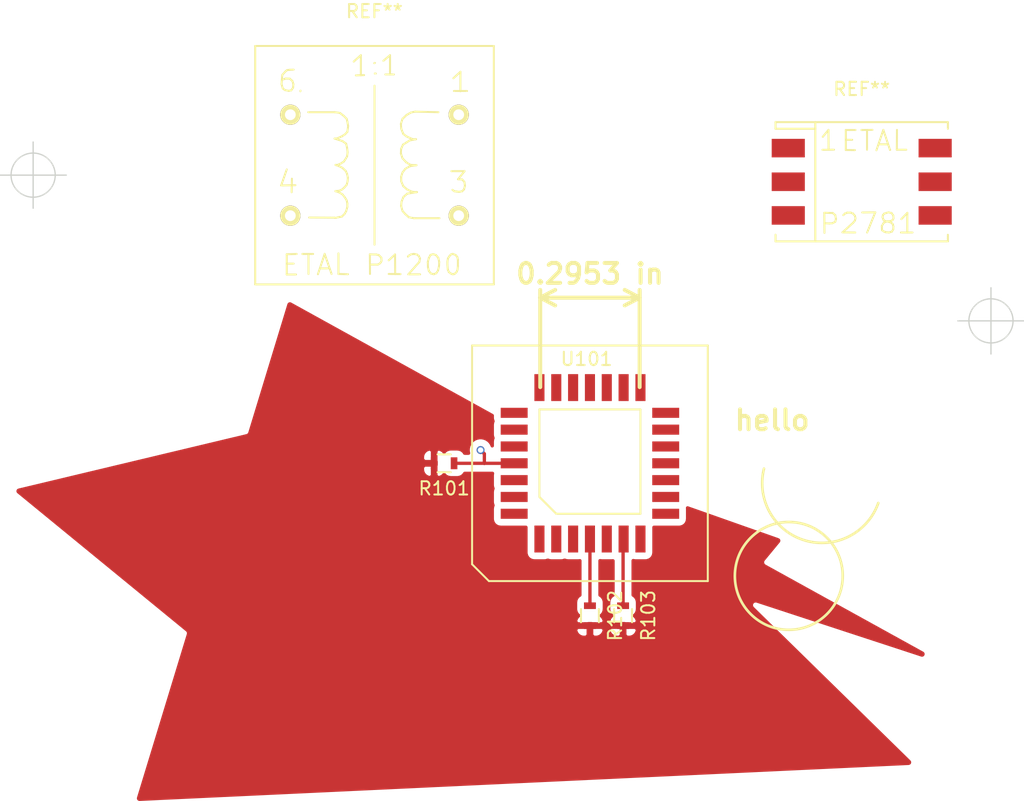
<source format=kicad_pcb>
(kicad_pcb (version 4) (host pcbnew "(after 2015-mar-04 BZR unknown)-product")

  (general
    (links 5)
    (no_connects 0)
    (area 125.75 89.15 189.850001 130.750001)
    (thickness 1.6)
    (drawings 6)
    (tracks 11)
    (zones 0)
    (modules 6)
    (nets 30)
  )

  (page A4)
  (layers
    (0 F.Cu signal)
    (31 B.Cu signal)
    (32 B.Adhes user)
    (33 F.Adhes user)
    (34 B.Paste user)
    (35 F.Paste user)
    (36 B.SilkS user)
    (37 F.SilkS user)
    (38 B.Mask user)
    (39 F.Mask user)
    (40 Dwgs.User user)
    (41 Cmts.User user)
    (42 Eco1.User user)
    (43 Eco2.User user)
    (44 Edge.Cuts user)
    (45 Margin user)
    (46 B.CrtYd user)
    (47 F.CrtYd user)
    (48 B.Fab user)
    (49 F.Fab user)
  )

  (setup
    (last_trace_width 0.25)
    (trace_clearance 0.2)
    (zone_clearance 0.508)
    (zone_45_only yes)
    (trace_min 0.2)
    (segment_width 0.2)
    (edge_width 0.1)
    (via_size 0.6)
    (via_drill 0.4)
    (via_min_size 0.4)
    (via_min_drill 0.3)
    (uvia_size 0.3)
    (uvia_drill 0.1)
    (uvias_allowed no)
    (uvia_min_size 0.2)
    (uvia_min_drill 0.1)
    (pcb_text_width 0.3)
    (pcb_text_size 1.5 1.5)
    (mod_edge_width 0.15)
    (mod_text_size 1 1)
    (mod_text_width 0.15)
    (pad_size 1.5 1.5)
    (pad_drill 0.6)
    (pad_to_mask_clearance 0)
    (aux_axis_origin 0 0)
    (visible_elements FFFFFF7F)
    (pcbplotparams
      (layerselection 0x00030_80000001)
      (usegerberextensions false)
      (excludeedgelayer true)
      (linewidth 0.100000)
      (plotframeref false)
      (viasonmask false)
      (mode 1)
      (useauxorigin false)
      (hpglpennumber 1)
      (hpglpenspeed 20)
      (hpglpendiameter 15)
      (hpglpenoverlay 2)
      (psnegative false)
      (psa4output false)
      (plotreference true)
      (plotvalue true)
      (plotinvisibletext false)
      (padsonsilk false)
      (subtractmaskfromsilk false)
      (outputformat 1)
      (mirror false)
      (drillshape 1)
      (scaleselection 1)
      (outputdirectory ""))
  )

  (net 0 "")
  (net 1 "Net-(R101-Pad1)")
  (net 2 "Net-(R101-Pad2)")
  (net 3 "Net-(R102-Pad1)")
  (net 4 "Net-(R103-Pad1)")
  (net 5 "Net-(U101-Pad2)")
  (net 6 "Net-(U101-Pad3)")
  (net 7 "Net-(U101-Pad4)")
  (net 8 "Net-(U101-Pad5)")
  (net 9 "Net-(U101-Pad6)")
  (net 10 "Net-(U101-Pad7)")
  (net 11 "Net-(U101-Pad9)")
  (net 12 "Net-(U101-Pad11)")
  (net 13 "Net-(U101-Pad12)")
  (net 14 "Net-(U101-Pad13)")
  (net 15 "Net-(U101-Pad14)")
  (net 16 "Net-(U101-Pad15)")
  (net 17 "Net-(U101-Pad16)")
  (net 18 "Net-(U101-Pad17)")
  (net 19 "Net-(U101-Pad18)")
  (net 20 "Net-(U101-Pad19)")
  (net 21 "Net-(U101-Pad20)")
  (net 22 "Net-(U101-Pad21)")
  (net 23 "Net-(U101-Pad22)")
  (net 24 "Net-(U101-Pad23)")
  (net 25 "Net-(U101-Pad24)")
  (net 26 "Net-(U101-Pad25)")
  (net 27 "Net-(U101-Pad26)")
  (net 28 "Net-(U101-Pad27)")
  (net 29 "Net-(U101-Pad28)")

  (net_class Default "Ceci est la Netclass par défaut"
    (clearance 0.2)
    (trace_width 0.25)
    (via_dia 0.6)
    (via_drill 0.4)
    (uvia_dia 0.3)
    (uvia_drill 0.1)
    (add_net "Net-(R101-Pad1)")
    (add_net "Net-(R101-Pad2)")
    (add_net "Net-(R102-Pad1)")
    (add_net "Net-(R103-Pad1)")
    (add_net "Net-(U101-Pad11)")
    (add_net "Net-(U101-Pad12)")
    (add_net "Net-(U101-Pad13)")
    (add_net "Net-(U101-Pad14)")
    (add_net "Net-(U101-Pad15)")
    (add_net "Net-(U101-Pad16)")
    (add_net "Net-(U101-Pad17)")
    (add_net "Net-(U101-Pad18)")
    (add_net "Net-(U101-Pad19)")
    (add_net "Net-(U101-Pad2)")
    (add_net "Net-(U101-Pad20)")
    (add_net "Net-(U101-Pad21)")
    (add_net "Net-(U101-Pad22)")
    (add_net "Net-(U101-Pad23)")
    (add_net "Net-(U101-Pad24)")
    (add_net "Net-(U101-Pad25)")
    (add_net "Net-(U101-Pad26)")
    (add_net "Net-(U101-Pad27)")
    (add_net "Net-(U101-Pad28)")
    (add_net "Net-(U101-Pad3)")
    (add_net "Net-(U101-Pad4)")
    (add_net "Net-(U101-Pad5)")
    (add_net "Net-(U101-Pad6)")
    (add_net "Net-(U101-Pad7)")
    (add_net "Net-(U101-Pad9)")
  )

  (module Resistors_SMD:R_0603 (layer F.Cu) (tedit 5415CC62) (tstamp 5577DFA1)
    (at 157 104.5 180)
    (descr "Resistor SMD 0603, reflow soldering, Vishay (see dcrcw.pdf)")
    (tags "resistor 0603")
    (path /5577DF53)
    (attr smd)
    (fp_text reference R101 (at 0 -1.9 180) (layer F.SilkS)
      (effects (font (size 1 1) (thickness 0.15)))
    )
    (fp_text value R (at 0 1.9 180) (layer F.Fab)
      (effects (font (size 1 1) (thickness 0.15)))
    )
    (fp_line (start -1.3 -0.8) (end 1.3 -0.8) (layer F.CrtYd) (width 0.05))
    (fp_line (start -1.3 0.8) (end 1.3 0.8) (layer F.CrtYd) (width 0.05))
    (fp_line (start -1.3 -0.8) (end -1.3 0.8) (layer F.CrtYd) (width 0.05))
    (fp_line (start 1.3 -0.8) (end 1.3 0.8) (layer F.CrtYd) (width 0.05))
    (fp_line (start 0.5 0.675) (end -0.5 0.675) (layer F.SilkS) (width 0.15))
    (fp_line (start -0.5 -0.675) (end 0.5 -0.675) (layer F.SilkS) (width 0.15))
    (pad 1 smd rect (at -0.75 0 180) (size 0.5 0.9) (layers F.Cu F.Paste F.Mask)
      (net 1 "Net-(R101-Pad1)"))
    (pad 2 smd rect (at 0.75 0 180) (size 0.5 0.9) (layers F.Cu F.Paste F.Mask)
      (net 2 "Net-(R101-Pad2)"))
    (model Resistors_SMD.3dshapes/R_0603.wrl
      (at (xyz 0 0 0))
      (scale (xyz 1 1 1))
      (rotate (xyz 0 0 0))
    )
  )

  (module Resistors_SMD:R_0603 (layer F.Cu) (tedit 5415CC62) (tstamp 5577DFA7)
    (at 168 116 270)
    (descr "Resistor SMD 0603, reflow soldering, Vishay (see dcrcw.pdf)")
    (tags "resistor 0603")
    (path /5577E050)
    (attr smd)
    (fp_text reference R102 (at 0 -1.9 270) (layer F.SilkS)
      (effects (font (size 1 1) (thickness 0.15)))
    )
    (fp_text value R (at 0 1.9 270) (layer F.Fab)
      (effects (font (size 1 1) (thickness 0.15)))
    )
    (fp_line (start -1.3 -0.8) (end 1.3 -0.8) (layer F.CrtYd) (width 0.05))
    (fp_line (start -1.3 0.8) (end 1.3 0.8) (layer F.CrtYd) (width 0.05))
    (fp_line (start -1.3 -0.8) (end -1.3 0.8) (layer F.CrtYd) (width 0.05))
    (fp_line (start 1.3 -0.8) (end 1.3 0.8) (layer F.CrtYd) (width 0.05))
    (fp_line (start 0.5 0.675) (end -0.5 0.675) (layer F.SilkS) (width 0.15))
    (fp_line (start -0.5 -0.675) (end 0.5 -0.675) (layer F.SilkS) (width 0.15))
    (pad 1 smd rect (at -0.75 0 270) (size 0.5 0.9) (layers F.Cu F.Paste F.Mask)
      (net 3 "Net-(R102-Pad1)"))
    (pad 2 smd rect (at 0.75 0 270) (size 0.5 0.9) (layers F.Cu F.Paste F.Mask)
      (net 2 "Net-(R101-Pad2)"))
    (model Resistors_SMD.3dshapes/R_0603.wrl
      (at (xyz 0 0 0))
      (scale (xyz 1 1 1))
      (rotate (xyz 0 0 0))
    )
  )

  (module Resistors_SMD:R_0603 (layer F.Cu) (tedit 5415CC62) (tstamp 5577DFAD)
    (at 170.5 116 270)
    (descr "Resistor SMD 0603, reflow soldering, Vishay (see dcrcw.pdf)")
    (tags "resistor 0603")
    (path /5577E07A)
    (attr smd)
    (fp_text reference R103 (at 0 -1.9 270) (layer F.SilkS)
      (effects (font (size 1 1) (thickness 0.15)))
    )
    (fp_text value R (at 0 1.9 270) (layer F.Fab)
      (effects (font (size 1 1) (thickness 0.15)))
    )
    (fp_line (start -1.3 -0.8) (end 1.3 -0.8) (layer F.CrtYd) (width 0.05))
    (fp_line (start -1.3 0.8) (end 1.3 0.8) (layer F.CrtYd) (width 0.05))
    (fp_line (start -1.3 -0.8) (end -1.3 0.8) (layer F.CrtYd) (width 0.05))
    (fp_line (start 1.3 -0.8) (end 1.3 0.8) (layer F.CrtYd) (width 0.05))
    (fp_line (start 0.5 0.675) (end -0.5 0.675) (layer F.SilkS) (width 0.15))
    (fp_line (start -0.5 -0.675) (end 0.5 -0.675) (layer F.SilkS) (width 0.15))
    (pad 1 smd rect (at -0.75 0 270) (size 0.5 0.9) (layers F.Cu F.Paste F.Mask)
      (net 4 "Net-(R103-Pad1)"))
    (pad 2 smd rect (at 0.75 0 270) (size 0.5 0.9) (layers F.Cu F.Paste F.Mask)
      (net 2 "Net-(R101-Pad2)"))
    (model Resistors_SMD.3dshapes/R_0603.wrl
      (at (xyz 0 0 0))
      (scale (xyz 1 1 1))
      (rotate (xyz 0 0 0))
    )
  )

  (module SMD_Packages:PLCC-28 (layer F.Cu) (tedit 0) (tstamp 5577DFCD)
    (at 168 104.5)
    (descr "Support CMS Plcc 28 pins")
    (tags "CMS PLCC")
    (path /5577DF13)
    (attr smd)
    (fp_text reference U101 (at -0.254 -7.874) (layer F.SilkS)
      (effects (font (size 1 1) (thickness 0.15)))
    )
    (fp_text value AD390JD (at 0 7.62) (layer F.Fab)
      (effects (font (size 1 1) (thickness 0.15)))
    )
    (fp_line (start -8.89 7.62) (end -7.62 8.89) (layer F.SilkS) (width 0.15))
    (fp_line (start -7.62 8.89) (end 8.89 8.89) (layer F.SilkS) (width 0.15))
    (fp_line (start 8.89 8.89) (end 8.89 -8.89) (layer F.SilkS) (width 0.15))
    (fp_line (start 8.89 -8.89) (end -8.89 -8.89) (layer F.SilkS) (width 0.15))
    (fp_line (start -8.89 7.62) (end -8.89 -8.89) (layer F.SilkS) (width 0.15))
    (fp_line (start -3.81 -4.064) (end 3.81 -4.064) (layer F.SilkS) (width 0.15))
    (fp_line (start 3.81 -4.064) (end 3.81 3.81) (layer F.SilkS) (width 0.15))
    (fp_line (start 3.81 3.81) (end -2.54 3.81) (layer F.SilkS) (width 0.15))
    (fp_line (start -3.81 -4.064) (end -3.81 2.54) (layer F.SilkS) (width 0.15))
    (fp_line (start -3.81 2.54) (end -2.54 3.81) (layer F.SilkS) (width 0.15))
    (pad 1 smd rect (at -5.715 0) (size 2.032 0.762) (layers F.Cu F.Paste F.Mask)
      (net 1 "Net-(R101-Pad1)"))
    (pad 2 smd rect (at -5.715 1.27) (size 2.032 0.762) (layers F.Cu F.Paste F.Mask)
      (net 5 "Net-(U101-Pad2)"))
    (pad 3 smd rect (at -5.715 2.54) (size 2.032 0.762) (layers F.Cu F.Paste F.Mask)
      (net 6 "Net-(U101-Pad3)"))
    (pad 4 smd rect (at -5.715 3.81) (size 2.032 0.762) (layers F.Cu F.Paste F.Mask)
      (net 7 "Net-(U101-Pad4)"))
    (pad 5 smd rect (at -3.81 5.715) (size 0.762 2.032) (layers F.Cu F.Paste F.Mask)
      (net 8 "Net-(U101-Pad5)"))
    (pad 6 smd rect (at -2.54 5.715) (size 0.762 2.032) (layers F.Cu F.Paste F.Mask)
      (net 9 "Net-(U101-Pad6)"))
    (pad 7 smd rect (at -1.27 5.715) (size 0.762 2.032) (layers F.Cu F.Paste F.Mask)
      (net 10 "Net-(U101-Pad7)"))
    (pad 8 smd rect (at 0 5.715) (size 0.762 2.032) (layers F.Cu F.Paste F.Mask)
      (net 3 "Net-(R102-Pad1)"))
    (pad 9 smd rect (at 1.27 5.715) (size 0.762 2.032) (layers F.Cu F.Paste F.Mask)
      (net 11 "Net-(U101-Pad9)"))
    (pad 10 smd rect (at 2.54 5.715) (size 0.762 2.032) (layers F.Cu F.Paste F.Mask)
      (net 4 "Net-(R103-Pad1)"))
    (pad 11 smd rect (at 3.81 5.715) (size 0.762 2.032) (layers F.Cu F.Paste F.Mask)
      (net 12 "Net-(U101-Pad11)"))
    (pad 12 smd rect (at 5.715 3.81) (size 2.032 0.762) (layers F.Cu F.Paste F.Mask)
      (net 13 "Net-(U101-Pad12)"))
    (pad 13 smd rect (at 5.715 2.54) (size 2.032 0.762) (layers F.Cu F.Paste F.Mask)
      (net 14 "Net-(U101-Pad13)"))
    (pad 14 smd rect (at 5.715 1.27) (size 2.032 0.762) (layers F.Cu F.Paste F.Mask)
      (net 15 "Net-(U101-Pad14)"))
    (pad 15 smd rect (at 5.715 0) (size 2.032 0.762) (layers F.Cu F.Paste F.Mask)
      (net 16 "Net-(U101-Pad15)"))
    (pad 16 smd rect (at 5.715 -1.27) (size 2.032 0.762) (layers F.Cu F.Paste F.Mask)
      (net 17 "Net-(U101-Pad16)"))
    (pad 17 smd rect (at 5.715 -2.54) (size 2.032 0.762) (layers F.Cu F.Paste F.Mask)
      (net 18 "Net-(U101-Pad17)"))
    (pad 18 smd rect (at 5.715 -3.81) (size 2.032 0.762) (layers F.Cu F.Paste F.Mask)
      (net 19 "Net-(U101-Pad18)"))
    (pad 19 smd rect (at 3.81 -5.715) (size 0.762 2.032) (layers F.Cu F.Paste F.Mask)
      (net 20 "Net-(U101-Pad19)"))
    (pad 20 smd rect (at 2.54 -5.715) (size 0.762 2.032) (layers F.Cu F.Paste F.Mask)
      (net 21 "Net-(U101-Pad20)"))
    (pad 21 smd rect (at 1.27 -5.715) (size 0.762 2.032) (layers F.Cu F.Paste F.Mask)
      (net 22 "Net-(U101-Pad21)"))
    (pad 22 smd rect (at 0 -5.715) (size 0.762 2.032) (layers F.Cu F.Paste F.Mask)
      (net 23 "Net-(U101-Pad22)"))
    (pad 23 smd rect (at -1.27 -5.715) (size 0.762 2.032) (layers F.Cu F.Paste F.Mask)
      (net 24 "Net-(U101-Pad23)"))
    (pad 24 smd rect (at -2.54 -5.715) (size 0.762 2.032) (layers F.Cu F.Paste F.Mask)
      (net 25 "Net-(U101-Pad24)"))
    (pad 25 smd rect (at -3.81 -5.715) (size 0.762 2.032) (layers F.Cu F.Paste F.Mask)
      (net 26 "Net-(U101-Pad25)"))
    (pad 26 smd rect (at -5.715 -3.81) (size 2.032 0.762) (layers F.Cu F.Paste F.Mask)
      (net 27 "Net-(U101-Pad26)"))
    (pad 27 smd rect (at -5.715 -2.54) (size 2.032 0.762) (layers F.Cu F.Paste F.Mask)
      (net 28 "Net-(U101-Pad27)"))
    (pad 28 smd rect (at -5.715 -1.27) (size 2.032 0.762) (layers F.Cu F.Paste F.Mask)
      (net 29 "Net-(U101-Pad28)"))
  )

  (module NF-Transformers_ETAL:NF-Transformer_P2781_ETAL (layer F.Cu) (tedit 0) (tstamp 557A29C0)
    (at 188.5 83.25)
    (descr "NF-Transformer, ETAL, P2781, SMD,")
    (tags "NF-Transformer, ETAL, P2781, SMD,")
    (attr smd)
    (fp_text reference REF** (at 0 -7.00024) (layer F.SilkS)
      (effects (font (size 1 1) (thickness 0.15)))
    )
    (fp_text value NF-Transformer_P2781_ETAL (at 0 7.50062) (layer F.Fab)
      (effects (font (size 1 1) (thickness 0.15)))
    )
    (fp_line (start 6.49986 4.50088) (end 6.49986 4.0005) (layer F.SilkS) (width 0.15))
    (fp_line (start 6.49986 -4.50088) (end 6.49986 -4.0005) (layer F.SilkS) (width 0.15))
    (fp_line (start 2.9591 3.83032) (end 3.83032 3.83032) (layer F.SilkS) (width 0.15))
    (fp_line (start 2.98958 2.8194) (end 3.43916 2.3495) (layer F.SilkS) (width 0.15))
    (fp_line (start 3.43916 2.3495) (end 3.43916 3.83032) (layer F.SilkS) (width 0.15))
    (fp_line (start 2.0193 2.30886) (end 2.25044 2.35966) (layer F.SilkS) (width 0.15))
    (fp_line (start 2.25044 2.35966) (end 2.37998 2.55016) (layer F.SilkS) (width 0.15))
    (fp_line (start 2.37998 2.55016) (end 2.4003 2.75844) (layer F.SilkS) (width 0.15))
    (fp_line (start 2.4003 2.75844) (end 2.32918 2.89052) (layer F.SilkS) (width 0.15))
    (fp_line (start 2.32918 2.89052) (end 2.159 2.97942) (layer F.SilkS) (width 0.15))
    (fp_line (start 2.159 2.97942) (end 1.89992 2.98958) (layer F.SilkS) (width 0.15))
    (fp_line (start 1.89992 2.98958) (end 1.66878 3.08864) (layer F.SilkS) (width 0.15))
    (fp_line (start 1.66878 3.08864) (end 1.51892 3.3401) (layer F.SilkS) (width 0.15))
    (fp_line (start 1.51892 3.3401) (end 1.52908 3.64998) (layer F.SilkS) (width 0.15))
    (fp_line (start 1.52908 3.64998) (end 1.67894 3.7592) (layer F.SilkS) (width 0.15))
    (fp_line (start 1.67894 3.7592) (end 1.8288 3.81) (layer F.SilkS) (width 0.15))
    (fp_line (start 1.8288 3.81) (end 2.05994 3.83032) (layer F.SilkS) (width 0.15))
    (fp_line (start 2.05994 3.83032) (end 2.28092 3.7592) (layer F.SilkS) (width 0.15))
    (fp_line (start 2.28092 3.7592) (end 2.37998 3.57886) (layer F.SilkS) (width 0.15))
    (fp_line (start 2.37998 3.57886) (end 2.39014 3.3782) (layer F.SilkS) (width 0.15))
    (fp_line (start 2.39014 3.3782) (end 2.3495 3.21056) (layer F.SilkS) (width 0.15))
    (fp_line (start 2.3495 3.21056) (end 2.23012 3.08864) (layer F.SilkS) (width 0.15))
    (fp_line (start 2.23012 3.08864) (end 2.0193 3.0099) (layer F.SilkS) (width 0.15))
    (fp_line (start 2.0193 3.0099) (end 1.7907 2.97942) (layer F.SilkS) (width 0.15))
    (fp_line (start 1.7907 2.97942) (end 1.651 2.89052) (layer F.SilkS) (width 0.15))
    (fp_line (start 1.651 2.89052) (end 1.56972 2.6797) (layer F.SilkS) (width 0.15))
    (fp_line (start 1.56972 2.6797) (end 1.6002 2.51968) (layer F.SilkS) (width 0.15))
    (fp_line (start 1.6002 2.51968) (end 1.6891 2.41046) (layer F.SilkS) (width 0.15))
    (fp_line (start 1.6891 2.41046) (end 1.9304 2.32918) (layer F.SilkS) (width 0.15))
    (fp_line (start 0.04064 2.31902) (end 1.02108 2.30886) (layer F.SilkS) (width 0.15))
    (fp_line (start 1.02108 2.30886) (end 0.40894 3.83032) (layer F.SilkS) (width 0.15))
    (fp_line (start -1.38938 2.51968) (end -1.24968 2.39014) (layer F.SilkS) (width 0.15))
    (fp_line (start -1.24968 2.39014) (end -1.08966 2.32918) (layer F.SilkS) (width 0.15))
    (fp_line (start -1.08966 2.32918) (end -0.83058 2.32918) (layer F.SilkS) (width 0.15))
    (fp_line (start -0.83058 2.32918) (end -0.67056 2.39014) (layer F.SilkS) (width 0.15))
    (fp_line (start -0.67056 2.39014) (end -0.51054 2.57048) (layer F.SilkS) (width 0.15))
    (fp_line (start -0.51054 2.57048) (end -0.4699 2.75844) (layer F.SilkS) (width 0.15))
    (fp_line (start -0.4699 2.75844) (end -0.51054 2.92862) (layer F.SilkS) (width 0.15))
    (fp_line (start -0.51054 2.92862) (end -0.65024 3.0988) (layer F.SilkS) (width 0.15))
    (fp_line (start -0.65024 3.0988) (end -1.45034 3.82016) (layer F.SilkS) (width 0.15))
    (fp_line (start -1.45034 3.82016) (end -0.49022 3.83032) (layer F.SilkS) (width 0.15))
    (fp_line (start -2.80924 3.85826) (end -2.8194 2.33934) (layer F.SilkS) (width 0.15))
    (fp_line (start -2.8194 2.33934) (end -2.17932 2.35966) (layer F.SilkS) (width 0.15))
    (fp_line (start -2.17932 2.35966) (end -1.99898 2.51968) (layer F.SilkS) (width 0.15))
    (fp_line (start -1.99898 2.51968) (end -1.94056 2.80924) (layer F.SilkS) (width 0.15))
    (fp_line (start -1.94056 2.80924) (end -1.99898 3.02006) (layer F.SilkS) (width 0.15))
    (fp_line (start -1.99898 3.02006) (end -2.2098 3.12928) (layer F.SilkS) (width 0.15))
    (fp_line (start -2.2098 3.12928) (end -2.44094 3.1496) (layer F.SilkS) (width 0.15))
    (fp_line (start -2.44094 3.1496) (end -2.77114 3.12928) (layer F.SilkS) (width 0.15))
    (fp_line (start 2.65938 -3.91668) (end 2.64922 -2.41808) (layer F.SilkS) (width 0.15))
    (fp_line (start 2.64922 -2.41808) (end 3.36042 -2.41808) (layer F.SilkS) (width 0.15))
    (fp_line (start 1.27 -2.82702) (end 1.92024 -2.82702) (layer F.SilkS) (width 0.15))
    (fp_line (start 1.10998 -2.37744) (end 1.63068 -3.91668) (layer F.SilkS) (width 0.15))
    (fp_line (start 1.63068 -3.91668) (end 2.13106 -2.40792) (layer F.SilkS) (width 0.15))
    (fp_line (start 2.13106 -2.40792) (end 2.14884 -2.40792) (layer F.SilkS) (width 0.15))
    (fp_line (start 0.40132 -3.8862) (end 0.40132 -2.41808) (layer F.SilkS) (width 0.15))
    (fp_line (start -0.02032 -3.90652) (end 0.81026 -3.91668) (layer F.SilkS) (width 0.15))
    (fp_line (start -1.17094 -3.16738) (end -0.71882 -3.16738) (layer F.SilkS) (width 0.15))
    (fp_line (start -0.4699 -3.90652) (end -1.19888 -3.90652) (layer F.SilkS) (width 0.15))
    (fp_line (start -1.19888 -3.90652) (end -1.19888 -2.39776) (layer F.SilkS) (width 0.15))
    (fp_line (start -1.19888 -2.39776) (end -0.51054 -2.3876) (layer F.SilkS) (width 0.15))
    (fp_line (start -2.9591 -2.41046) (end -2.09042 -2.42062) (layer F.SilkS) (width 0.15))
    (fp_line (start -2.93878 -3.3909) (end -2.50952 -3.90906) (layer F.SilkS) (width 0.15))
    (fp_line (start -2.50952 -3.90906) (end -2.49936 -2.43078) (layer F.SilkS) (width 0.15))
    (fp_line (start -6.49986 -4.0005) (end -3.50012 -4.0005) (layer F.SilkS) (width 0.15))
    (fp_line (start -6.49986 4.50088) (end -6.49986 4.0005) (layer F.SilkS) (width 0.15))
    (fp_line (start -3.50012 -4.50088) (end -3.50012 4.50088) (layer F.SilkS) (width 0.15))
    (fp_line (start -6.49986 -4.50088) (end -6.49986 -4.0005) (layer F.SilkS) (width 0.15))
    (fp_line (start 6.49986 4.50088) (end -6.49986 4.50088) (layer F.SilkS) (width 0.15))
    (fp_line (start -6.49986 -4.50088) (end 6.49986 -4.50088) (layer F.SilkS) (width 0.15))
    (pad 1 smd rect (at -5.53974 -2.54) (size 2.49936 1.39954) (layers F.Cu F.Paste F.Mask))
    (pad 2 smd rect (at -5.53974 0) (size 2.49936 1.39954) (layers F.Cu F.Paste F.Mask))
    (pad 3 smd rect (at -5.53974 2.54) (size 2.49936 1.39954) (layers F.Cu F.Paste F.Mask))
    (pad 4 smd rect (at 5.53974 2.54) (size 2.49936 1.39954) (layers F.Cu F.Paste F.Mask))
    (pad 5 smd rect (at 5.53974 0) (size 2.5019 1.39954) (layers F.Cu F.Paste F.Mask))
    (pad 6 smd rect (at 5.53974 -2.54) (size 2.49936 1.39954) (layers F.Cu F.Paste F.Mask))
    (pad 7 smd oval (at -1.99898 0 90) (size 3.50012 1.39954) (layers F.Adhes))
    (pad 7 smd oval (at 1.99898 0 90) (size 3.50012 1.39954) (layers F.Adhes))
    (model NF-Transformers_ETAL.3dshapes/NF-Transformer_P2781_ETAL.wrl
      (at (xyz 0 0 0))
      (scale (xyz 0.3937 0.3937 0.3937))
      (rotate (xyz 0 0 0))
    )
  )

  (module NF-Transformers_ETAL:NF-Transformer_1-1_P1200_ETAL (layer F.Cu) (tedit 0) (tstamp 557A34AF)
    (at 151.75 82)
    (descr "NF-Transformer, 1:1, ETAL P1200,")
    (tags "NF-Transformer, 1:1, ETAL P1200,")
    (fp_text reference REF** (at -0.01016 -11.6205) (layer F.SilkS)
      (effects (font (size 1 1) (thickness 0.15)))
    )
    (fp_text value NF-Transformer_1-1_P1200_ETAL (at -0.07112 12.05992) (layer F.Fab)
      (effects (font (size 1 1) (thickness 0.15)))
    )
    (fp_line (start 5.80136 0.44958) (end 6.79196 0.44958) (layer F.SilkS) (width 0.15))
    (fp_line (start 6.79196 0.44958) (end 6.30174 1.05918) (layer F.SilkS) (width 0.15))
    (fp_line (start 6.30174 1.05918) (end 6.61162 1.0795) (layer F.SilkS) (width 0.15))
    (fp_line (start 6.61162 1.0795) (end 6.7818 1.27) (layer F.SilkS) (width 0.15))
    (fp_line (start 6.7818 1.27) (end 6.82244 1.5494) (layer F.SilkS) (width 0.15))
    (fp_line (start 6.82244 1.5494) (end 6.75132 1.8288) (layer F.SilkS) (width 0.15))
    (fp_line (start 6.75132 1.8288) (end 6.5913 1.97866) (layer F.SilkS) (width 0.15))
    (fp_line (start 6.5913 1.97866) (end 6.37032 2.00914) (layer F.SilkS) (width 0.15))
    (fp_line (start 6.37032 2.00914) (end 6.18998 1.98882) (layer F.SilkS) (width 0.15))
    (fp_line (start 6.18998 1.98882) (end 6.02996 1.9685) (layer F.SilkS) (width 0.15))
    (fp_line (start 6.02996 1.9685) (end 5.8801 1.85928) (layer F.SilkS) (width 0.15))
    (fp_line (start -6.23062 1.01854) (end -6.25094 2.03962) (layer F.SilkS) (width 0.15))
    (fp_line (start -6.61924 0.32004) (end -7.04088 1.52908) (layer F.SilkS) (width 0.15))
    (fp_line (start -7.04088 1.52908) (end -5.969 1.50876) (layer F.SilkS) (width 0.15))
    (fp_line (start -5.59308 -5.58038) (end -5.58292 -5.62102) (layer F.SilkS) (width 0.15))
    (fp_line (start -5.58292 -5.62102) (end -5.58292 -5.61086) (layer F.SilkS) (width 0.15))
    (fp_line (start -6.10108 -7.21106) (end -6.40334 -7.2009) (layer F.SilkS) (width 0.15))
    (fp_line (start -6.40334 -7.2009) (end -6.61162 -7.17042) (layer F.SilkS) (width 0.15))
    (fp_line (start -6.61162 -7.17042) (end -6.74116 -7.05104) (layer F.SilkS) (width 0.15))
    (fp_line (start -6.74116 -7.05104) (end -6.95198 -6.8199) (layer F.SilkS) (width 0.15))
    (fp_line (start -6.95198 -6.8199) (end -6.98246 -6.53034) (layer F.SilkS) (width 0.15))
    (fp_line (start -6.98246 -6.53034) (end -7.01294 -6.1214) (layer F.SilkS) (width 0.15))
    (fp_line (start -7.01294 -6.1214) (end -6.9215 -5.80136) (layer F.SilkS) (width 0.15))
    (fp_line (start -6.9215 -5.80136) (end -6.76148 -5.67182) (layer F.SilkS) (width 0.15))
    (fp_line (start -6.76148 -5.67182) (end -6.47192 -5.61086) (layer F.SilkS) (width 0.15))
    (fp_line (start -6.47192 -5.61086) (end -6.28142 -5.6515) (layer F.SilkS) (width 0.15))
    (fp_line (start -6.28142 -5.6515) (end -6.14172 -5.85216) (layer F.SilkS) (width 0.15))
    (fp_line (start -6.14172 -5.85216) (end -6.1214 -6.1214) (layer F.SilkS) (width 0.15))
    (fp_line (start -6.1214 -6.1214) (end -6.19252 -6.35) (layer F.SilkS) (width 0.15))
    (fp_line (start -6.19252 -6.35) (end -6.39318 -6.53034) (layer F.SilkS) (width 0.15))
    (fp_line (start -6.39318 -6.53034) (end -6.70306 -6.5405) (layer F.SilkS) (width 0.15))
    (fp_line (start -6.70306 -6.5405) (end -6.8834 -6.47192) (layer F.SilkS) (width 0.15))
    (fp_line (start 5.98932 -5.6007) (end 6.97992 -5.6007) (layer F.SilkS) (width 0.15))
    (fp_line (start 5.95122 -6.56082) (end 6.47954 -7.05104) (layer F.SilkS) (width 0.15))
    (fp_line (start 6.47954 -7.05104) (end 6.47954 -5.58038) (layer F.SilkS) (width 0.15))
    (fp_line (start 5.90042 6.69036) (end 6.12902 6.78942) (layer F.SilkS) (width 0.15))
    (fp_line (start 6.12902 6.78942) (end 6.25094 6.93928) (layer F.SilkS) (width 0.15))
    (fp_line (start 6.25094 6.93928) (end 6.28904 7.13994) (layer F.SilkS) (width 0.15))
    (fp_line (start 6.28904 7.13994) (end 6.28904 7.60984) (layer F.SilkS) (width 0.15))
    (fp_line (start 6.28904 7.60984) (end 6.2611 7.8994) (layer F.SilkS) (width 0.15))
    (fp_line (start 6.2611 7.8994) (end 6.18998 8.05942) (layer F.SilkS) (width 0.15))
    (fp_line (start 6.18998 8.05942) (end 6.08076 8.17118) (layer F.SilkS) (width 0.15))
    (fp_line (start 6.08076 8.17118) (end 5.98932 8.21944) (layer F.SilkS) (width 0.15))
    (fp_line (start 5.98932 8.21944) (end 5.8801 8.2296) (layer F.SilkS) (width 0.15))
    (fp_line (start 5.8801 8.2296) (end 5.75056 8.17118) (layer F.SilkS) (width 0.15))
    (fp_line (start 5.75056 8.17118) (end 5.61086 8.06958) (layer F.SilkS) (width 0.15))
    (fp_line (start 5.61086 8.06958) (end 5.52958 7.87908) (layer F.SilkS) (width 0.15))
    (fp_line (start 5.52958 7.87908) (end 5.4991 7.52094) (layer F.SilkS) (width 0.15))
    (fp_line (start 5.4991 7.52094) (end 5.4991 7.26948) (layer F.SilkS) (width 0.15))
    (fp_line (start 5.4991 7.26948) (end 5.53974 7.03072) (layer F.SilkS) (width 0.15))
    (fp_line (start 5.53974 7.03072) (end 5.6388 6.88086) (layer F.SilkS) (width 0.15))
    (fp_line (start 5.6388 6.88086) (end 5.75056 6.74878) (layer F.SilkS) (width 0.15))
    (fp_line (start 5.75056 6.74878) (end 5.85978 6.70052) (layer F.SilkS) (width 0.15))
    (fp_line (start 4.42976 6.72084) (end 4.62026 6.7691) (layer F.SilkS) (width 0.15))
    (fp_line (start 4.62026 6.7691) (end 4.81076 6.99008) (layer F.SilkS) (width 0.15))
    (fp_line (start 4.81076 6.99008) (end 4.87934 7.29996) (layer F.SilkS) (width 0.15))
    (fp_line (start 4.87934 7.29996) (end 4.86918 7.59968) (layer F.SilkS) (width 0.15))
    (fp_line (start 4.86918 7.59968) (end 4.79044 7.9502) (layer F.SilkS) (width 0.15))
    (fp_line (start 4.79044 7.9502) (end 4.6609 8.15086) (layer F.SilkS) (width 0.15))
    (fp_line (start 4.6609 8.15086) (end 4.4704 8.2296) (layer F.SilkS) (width 0.15))
    (fp_line (start 4.4704 8.2296) (end 4.24942 8.17118) (layer F.SilkS) (width 0.15))
    (fp_line (start 4.24942 8.17118) (end 4.09956 7.98068) (layer F.SilkS) (width 0.15))
    (fp_line (start 4.09956 7.98068) (end 4.03098 7.69112) (layer F.SilkS) (width 0.15))
    (fp_line (start 4.03098 7.69112) (end 4.02082 7.31012) (layer F.SilkS) (width 0.15))
    (fp_line (start 4.02082 7.31012) (end 4.09956 7.00024) (layer F.SilkS) (width 0.15))
    (fp_line (start 4.09956 7.00024) (end 4.21894 6.77926) (layer F.SilkS) (width 0.15))
    (fp_line (start 4.21894 6.77926) (end 4.37896 6.72084) (layer F.SilkS) (width 0.15))
    (fp_line (start 2.51968 6.90118) (end 2.57048 6.84022) (layer F.SilkS) (width 0.15))
    (fp_line (start 2.57048 6.84022) (end 2.77114 6.72084) (layer F.SilkS) (width 0.15))
    (fp_line (start 2.77114 6.72084) (end 2.96926 6.70052) (layer F.SilkS) (width 0.15))
    (fp_line (start 2.96926 6.70052) (end 3.18008 6.731) (layer F.SilkS) (width 0.15))
    (fp_line (start 3.18008 6.731) (end 3.3401 6.85038) (layer F.SilkS) (width 0.15))
    (fp_line (start 3.3401 6.85038) (end 3.429 7.04088) (layer F.SilkS) (width 0.15))
    (fp_line (start 3.429 7.04088) (end 3.38074 7.29996) (layer F.SilkS) (width 0.15))
    (fp_line (start 3.38074 7.29996) (end 2.55016 8.23976) (layer F.SilkS) (width 0.15))
    (fp_line (start 2.55016 8.23976) (end 3.43916 8.23976) (layer F.SilkS) (width 0.15))
    (fp_line (start 1.06934 8.20928) (end 1.96088 8.21944) (layer F.SilkS) (width 0.15))
    (fp_line (start 1.06934 7.18058) (end 1.5494 6.74116) (layer F.SilkS) (width 0.15))
    (fp_line (start 1.5494 6.74116) (end 1.55956 8.21944) (layer F.SilkS) (width 0.15))
    (fp_line (start -0.34036 8.20928) (end -0.35052 6.731) (layer F.SilkS) (width 0.15))
    (fp_line (start -0.35052 6.731) (end 0.1397 6.74116) (layer F.SilkS) (width 0.15))
    (fp_line (start 0.1397 6.74116) (end 0.3302 6.78942) (layer F.SilkS) (width 0.15))
    (fp_line (start 0.3302 6.78942) (end 0.51054 6.97992) (layer F.SilkS) (width 0.15))
    (fp_line (start 0.51054 6.97992) (end 0.53086 7.22122) (layer F.SilkS) (width 0.15))
    (fp_line (start 0.53086 7.22122) (end 0.4699 7.3406) (layer F.SilkS) (width 0.15))
    (fp_line (start 0.4699 7.3406) (end 0.37084 7.43966) (layer F.SilkS) (width 0.15))
    (fp_line (start 0.37084 7.43966) (end 0.24892 7.50062) (layer F.SilkS) (width 0.15))
    (fp_line (start 0.24892 7.50062) (end -0.26924 7.50062) (layer F.SilkS) (width 0.15))
    (fp_line (start -2.72034 6.65988) (end -2.72034 8.20928) (layer F.SilkS) (width 0.15))
    (fp_line (start -2.72034 8.20928) (end -1.99898 8.2296) (layer F.SilkS) (width 0.15))
    (fp_line (start -4.04114 7.79018) (end -3.51028 7.79018) (layer F.SilkS) (width 0.15))
    (fp_line (start -4.26974 8.2296) (end -3.7592 6.70052) (layer F.SilkS) (width 0.15))
    (fp_line (start -3.7592 6.70052) (end -3.24104 8.20928) (layer F.SilkS) (width 0.15))
    (fp_line (start -5.44068 6.70052) (end -4.63042 6.70052) (layer F.SilkS) (width 0.15))
    (fp_line (start -4.98094 8.20928) (end -4.98094 6.74116) (layer F.SilkS) (width 0.15))
    (fp_line (start -6.55066 7.4295) (end -6.10108 7.4295) (layer F.SilkS) (width 0.15))
    (fp_line (start -5.86994 6.70052) (end -6.61924 6.72084) (layer F.SilkS) (width 0.15))
    (fp_line (start -6.61924 6.72084) (end -6.61924 8.24992) (layer F.SilkS) (width 0.15))
    (fp_line (start -6.61924 8.24992) (end -5.92074 8.24992) (layer F.SilkS) (width 0.15))
    (fp_line (start -1.40716 -6.77926) (end -0.7874 -6.79958) (layer F.SilkS) (width 0.15))
    (fp_line (start 0.82042 -6.85038) (end 1.4605 -6.85038) (layer F.SilkS) (width 0.15))
    (fp_line (start 0.09906 -6.91896) (end 0.02032 -6.91896) (layer F.SilkS) (width 0.15))
    (fp_line (start 0.03048 -7.71906) (end -0.02032 -7.69874) (layer F.SilkS) (width 0.15))
    (fp_line (start 0.67056 -7.87908) (end 1.17094 -8.30072) (layer F.SilkS) (width 0.15))
    (fp_line (start 1.17094 -8.30072) (end 1.17094 -6.85038) (layer F.SilkS) (width 0.15))
    (fp_line (start -1.56972 -7.82066) (end -1.03124 -8.30072) (layer F.SilkS) (width 0.15))
    (fp_line (start -1.03124 -8.30072) (end -1.03124 -6.78942) (layer F.SilkS) (width 0.15))
    (fp_line (start 4.82092 -4.0005) (end 3.0607 -4.04114) (layer F.SilkS) (width 0.15))
    (fp_line (start 3.0607 -4.04114) (end 2.75082 -3.98018) (layer F.SilkS) (width 0.15))
    (fp_line (start 2.75082 -3.98018) (end 2.42062 -3.78968) (layer F.SilkS) (width 0.15))
    (fp_line (start 2.42062 -3.78968) (end 2.11074 -3.50012) (layer F.SilkS) (width 0.15))
    (fp_line (start 2.11074 -3.50012) (end 1.98882 -3.10896) (layer F.SilkS) (width 0.15))
    (fp_line (start 1.98882 -3.10896) (end 2.0193 -2.74066) (layer F.SilkS) (width 0.15))
    (fp_line (start 2.0193 -2.74066) (end 2.16916 -2.35966) (layer F.SilkS) (width 0.15))
    (fp_line (start 2.16916 -2.35966) (end 2.42062 -2.16916) (layer F.SilkS) (width 0.15))
    (fp_line (start 2.42062 -2.16916) (end 2.88036 -1.96088) (layer F.SilkS) (width 0.15))
    (fp_line (start 2.88036 -1.96088) (end 3.12928 -1.96088) (layer F.SilkS) (width 0.15))
    (fp_line (start 3.12928 -1.96088) (end 2.64922 -1.86944) (layer F.SilkS) (width 0.15))
    (fp_line (start 2.64922 -1.86944) (end 2.14884 -1.5494) (layer F.SilkS) (width 0.15))
    (fp_line (start 2.14884 -1.5494) (end 2.00914 -1.23952) (layer F.SilkS) (width 0.15))
    (fp_line (start 2.00914 -1.23952) (end 1.98882 -0.889) (layer F.SilkS) (width 0.15))
    (fp_line (start 1.98882 -0.889) (end 2.11074 -0.5207) (layer F.SilkS) (width 0.15))
    (fp_line (start 2.11074 -0.5207) (end 2.4003 -0.21082) (layer F.SilkS) (width 0.15))
    (fp_line (start 2.4003 -0.21082) (end 2.72034 -0.02032) (layer F.SilkS) (width 0.15))
    (fp_line (start 2.72034 -0.02032) (end 3.15976 0) (layer F.SilkS) (width 0.15))
    (fp_line (start 3.15976 0) (end 2.6797 0.07112) (layer F.SilkS) (width 0.15))
    (fp_line (start 2.6797 0.07112) (end 2.32918 0.26924) (layer F.SilkS) (width 0.15))
    (fp_line (start 2.32918 0.26924) (end 2.11074 0.55118) (layer F.SilkS) (width 0.15))
    (fp_line (start 2.11074 0.55118) (end 2.00914 0.87122) (layer F.SilkS) (width 0.15))
    (fp_line (start 2.00914 0.87122) (end 2.0193 1.22936) (layer F.SilkS) (width 0.15))
    (fp_line (start 2.0193 1.22936) (end 2.16916 1.57988) (layer F.SilkS) (width 0.15))
    (fp_line (start 2.16916 1.57988) (end 2.43078 1.81102) (layer F.SilkS) (width 0.15))
    (fp_line (start 2.43078 1.81102) (end 2.74066 1.97104) (layer F.SilkS) (width 0.15))
    (fp_line (start 2.74066 1.97104) (end 2.97942 2.02946) (layer F.SilkS) (width 0.15))
    (fp_line (start 2.97942 2.02946) (end 3.2004 2.02946) (layer F.SilkS) (width 0.15))
    (fp_line (start 3.2004 2.02946) (end 2.46888 2.14884) (layer F.SilkS) (width 0.15))
    (fp_line (start 2.46888 2.14884) (end 2.17932 2.4003) (layer F.SilkS) (width 0.15))
    (fp_line (start 2.17932 2.4003) (end 2.03962 2.76098) (layer F.SilkS) (width 0.15))
    (fp_line (start 2.03962 2.76098) (end 2.00914 3.08102) (layer F.SilkS) (width 0.15))
    (fp_line (start 2.00914 3.08102) (end 2.11074 3.44932) (layer F.SilkS) (width 0.15))
    (fp_line (start 2.11074 3.44932) (end 2.30886 3.68046) (layer F.SilkS) (width 0.15))
    (fp_line (start 2.30886 3.68046) (end 2.5908 3.92938) (layer F.SilkS) (width 0.15))
    (fp_line (start 2.5908 3.92938) (end 2.96926 4.0005) (layer F.SilkS) (width 0.15))
    (fp_line (start 2.96926 4.0005) (end 4.89966 4.0005) (layer F.SilkS) (width 0.15))
    (fp_line (start -5.00126 -4.0005) (end -2.99974 -4.0005) (layer F.SilkS) (width 0.15))
    (fp_line (start -2.99974 -4.0005) (end -2.61874 -3.9497) (layer F.SilkS) (width 0.15))
    (fp_line (start -2.61874 -3.9497) (end -2.32918 -3.73126) (layer F.SilkS) (width 0.15))
    (fp_line (start -2.32918 -3.73126) (end -2.10058 -3.50012) (layer F.SilkS) (width 0.15))
    (fp_line (start -2.10058 -3.50012) (end -2.04978 -3.2893) (layer F.SilkS) (width 0.15))
    (fp_line (start -2.04978 -3.2893) (end -1.98882 -2.94894) (layer F.SilkS) (width 0.15))
    (fp_line (start -1.98882 -2.94894) (end -2.04978 -2.51968) (layer F.SilkS) (width 0.15))
    (fp_line (start -2.04978 -2.51968) (end -2.23012 -2.32918) (layer F.SilkS) (width 0.15))
    (fp_line (start -2.23012 -2.32918) (end -2.44094 -2.18948) (layer F.SilkS) (width 0.15))
    (fp_line (start -2.44094 -2.18948) (end -2.84988 -2.00914) (layer F.SilkS) (width 0.15))
    (fp_line (start -2.84988 -2.00914) (end -3.0099 -2.00914) (layer F.SilkS) (width 0.15))
    (fp_line (start -3.0099 -2.00914) (end -2.72034 -1.92024) (layer F.SilkS) (width 0.15))
    (fp_line (start -2.72034 -1.92024) (end -2.4003 -1.81102) (layer F.SilkS) (width 0.15))
    (fp_line (start -2.4003 -1.81102) (end -2.14122 -1.62052) (layer F.SilkS) (width 0.15))
    (fp_line (start -2.14122 -1.62052) (end -2.0701 -1.3208) (layer F.SilkS) (width 0.15))
    (fp_line (start -2.0701 -1.3208) (end -2.02946 -0.98044) (layer F.SilkS) (width 0.15))
    (fp_line (start -2.02946 -0.98044) (end -2.0701 -0.6604) (layer F.SilkS) (width 0.15))
    (fp_line (start -2.0701 -0.6604) (end -2.2098 -0.42926) (layer F.SilkS) (width 0.15))
    (fp_line (start -2.2098 -0.42926) (end -2.30886 -0.2794) (layer F.SilkS) (width 0.15))
    (fp_line (start -2.30886 -0.2794) (end -2.55016 -0.11938) (layer F.SilkS) (width 0.15))
    (fp_line (start -2.55016 -0.11938) (end -2.78892 -0.02032) (layer F.SilkS) (width 0.15))
    (fp_line (start -2.78892 -0.02032) (end -2.93878 -0.02032) (layer F.SilkS) (width 0.15))
    (fp_line (start -2.93878 -0.02032) (end -2.66954 0.07112) (layer F.SilkS) (width 0.15))
    (fp_line (start -2.66954 0.07112) (end -2.42062 0.20066) (layer F.SilkS) (width 0.15))
    (fp_line (start -2.42062 0.20066) (end -2.16916 0.43942) (layer F.SilkS) (width 0.15))
    (fp_line (start -2.16916 0.43942) (end -2.0701 0.6604) (layer F.SilkS) (width 0.15))
    (fp_line (start -2.0701 0.6604) (end -2.00914 0.9398) (layer F.SilkS) (width 0.15))
    (fp_line (start -2.00914 0.9398) (end -2.02946 1.20904) (layer F.SilkS) (width 0.15))
    (fp_line (start -2.02946 1.20904) (end -2.10058 1.48082) (layer F.SilkS) (width 0.15))
    (fp_line (start -2.10058 1.48082) (end -2.28092 1.6891) (layer F.SilkS) (width 0.15))
    (fp_line (start -2.28092 1.6891) (end -2.44094 1.8288) (layer F.SilkS) (width 0.15))
    (fp_line (start -2.44094 1.8288) (end -2.61874 1.92024) (layer F.SilkS) (width 0.15))
    (fp_line (start -2.61874 1.92024) (end -2.94894 1.96088) (layer F.SilkS) (width 0.15))
    (fp_line (start -2.94894 1.96088) (end -2.68986 2.03962) (layer F.SilkS) (width 0.15))
    (fp_line (start -2.68986 2.03962) (end -2.42062 2.19964) (layer F.SilkS) (width 0.15))
    (fp_line (start -2.42062 2.19964) (end -2.23012 2.44094) (layer F.SilkS) (width 0.15))
    (fp_line (start -2.23012 2.44094) (end -2.10058 2.64922) (layer F.SilkS) (width 0.15))
    (fp_line (start -2.10058 2.64922) (end -2.04978 2.88036) (layer F.SilkS) (width 0.15))
    (fp_line (start -2.04978 2.88036) (end -2.04978 3.1496) (layer F.SilkS) (width 0.15))
    (fp_line (start -2.04978 3.1496) (end -2.14122 3.46964) (layer F.SilkS) (width 0.15))
    (fp_line (start -2.14122 3.46964) (end -2.2606 3.68046) (layer F.SilkS) (width 0.15))
    (fp_line (start -2.2606 3.68046) (end -2.46888 3.88112) (layer F.SilkS) (width 0.15))
    (fp_line (start -2.46888 3.88112) (end -2.74066 3.92938) (layer F.SilkS) (width 0.15))
    (fp_line (start -2.74066 3.92938) (end -2.94894 3.98018) (layer F.SilkS) (width 0.15))
    (fp_line (start -2.94894 3.98018) (end -3.0099 3.95986) (layer F.SilkS) (width 0.15))
    (fp_line (start -3.0099 3.95986) (end -4.93014 3.9497) (layer F.SilkS) (width 0.15))
    (fp_line (start 0 -5.99948) (end 0 5.99948) (layer F.SilkS) (width 0.15))
    (fp_line (start 8.99922 -8.99922) (end -8.99922 -8.99922) (layer F.SilkS) (width 0.15))
    (fp_line (start -8.99922 -8.99922) (end -8.99922 8.99922) (layer F.SilkS) (width 0.15))
    (fp_line (start -8.99922 8.99922) (end 8.99922 8.99922) (layer F.SilkS) (width 0.15))
    (fp_line (start 8.99922 8.99922) (end 8.99922 -8.99922) (layer F.SilkS) (width 0.15))
    (pad 6 thru_hole circle (at -6.35 -3.81) (size 1.524 1.524) (drill 0.8128) (layers *.Cu *.Mask F.SilkS))
    (pad 4 thru_hole circle (at -6.35 3.81) (size 1.524 1.524) (drill 0.8128) (layers *.Cu *.Mask F.SilkS))
    (pad 1 thru_hole circle (at 6.35 -3.81) (size 1.524 1.524) (drill 0.8128) (layers *.Cu *.Mask F.SilkS))
    (pad 3 thru_hole circle (at 6.35 3.81) (size 1.524 1.524) (drill 0.8128) (layers *.Cu *.Mask F.SilkS))
    (model NF-Transformers_ETAL.3dshapes/NF-Transformer_1-1_P1200_ETAL.wrl
      (at (xyz 0 0 0))
      (scale (xyz 0.3937 0.3937 0.3937))
      (rotate (xyz 0 0 0))
    )
  )

  (target plus (at 126 82.75) (size 5) (width 0.1) (layer Edge.Cuts))
  (target plus (at 198.25 93.75) (size 5) (width 0.1) (layer Edge.Cuts))
  (dimension 7.5 (width 0.3) (layer F.SilkS)
    (gr_text "7,500 mm" (at 168 90.65) (layer F.SilkS)
      (effects (font (size 1.5 1.5) (thickness 0.3)))
    )
    (feature1 (pts (xy 171.75 98.75) (xy 171.75 89.3)))
    (feature2 (pts (xy 164.25 98.75) (xy 164.25 89.3)))
    (crossbar (pts (xy 164.25 92) (xy 171.75 92)))
    (arrow1a (pts (xy 171.75 92) (xy 170.623496 92.586421)))
    (arrow1b (pts (xy 171.75 92) (xy 170.623496 91.413579)))
    (arrow2a (pts (xy 164.25 92) (xy 165.376504 92.586421)))
    (arrow2b (pts (xy 164.25 92) (xy 165.376504 91.413579)))
  )
  (gr_text hello (at 181.75 101.25) (layer F.SilkS)
    (effects (font (size 1.5 1.5) (thickness 0.3)))
  )
  (gr_arc (start 185.5 106) (end 189.75 107.5) (angle 174.5962086) (layer F.SilkS) (width 0.2))
  (gr_circle (center 183 113) (end 186 115.75) (layer F.SilkS) (width 0.2))

  (via (at 159.75 103.5) (size 0.6) (drill 0.4) (layers F.Cu B.Cu) (net 1))
  (segment (start 160.036365 103.786365) (end 159.75 103.5) (width 0.25) (layer F.Cu) (net 1))
  (segment (start 160.036365 104.5) (end 160.036365 103.786365) (width 0.25) (layer F.Cu) (net 1))
  (segment (start 157.75 104.5) (end 160.036365 104.5) (width 0.25) (layer F.Cu) (net 1))
  (segment (start 160.036365 104.5) (end 162.285 104.5) (width 0.25) (layer F.Cu) (net 1))
  (segment (start 161.25 116.75) (end 170.5 116.75) (width 0.25) (layer F.Cu) (net 2))
  (segment (start 156.25 111.75) (end 161.25 116.75) (width 0.25) (layer F.Cu) (net 2))
  (segment (start 156.25 104.5) (end 156.25 111.75) (width 0.25) (layer F.Cu) (net 2))
  (segment (start 168 115.25) (end 168 110.215) (width 0.25) (layer F.Cu) (net 3))
  (segment (start 170.5 110.255) (end 170.54 110.215) (width 0.25) (layer F.Cu) (net 4))
  (segment (start 170.5 115.25) (end 170.5 110.255) (width 0.25) (layer F.Cu) (net 4))

  (zone (net 2) (net_name "Net-(R101-Pad2)") (layer F.Cu) (tstamp 0) (hatch edge 0.508)
    (priority 1)
    (connect_pads (clearance 0.508))
    (min_thickness 0.254)
    (fill yes (arc_segments 32) (thermal_gap 0.508) (thermal_bridge_width 0.508) (smoothing fillet) (radius 0.2))
    (polygon
      (pts
        (xy 195 119.75) (xy 179.75 114.75) (xy 192.5 127.25) (xy 133.75 130) (xy 137.630288 117.262531)
        (xy 124.5 106.5) (xy 142.197095 102.27149) (xy 145.25 92.25) (xy 169.536242 105.674556) (xy 182.5 110.25)
        (xy 181.034023 112.030113)
      )
    )
    (filled_polygon
      (pts
        (xy 193.120387 118.902543) (xy 193.118602 118.91578) (xy 193.114419 118.928464) (xy 193.107978 118.940164) (xy 193.099499 118.950484)
        (xy 193.089272 118.959071) (xy 193.07764 118.965636) (xy 193.065001 118.969955) (xy 193.051785 118.97188) (xy 193.038439 118.971347)
        (xy 193.019677 118.967062) (xy 180.597879 114.894341) (xy 180.542689 114.881941) (xy 180.480035 114.880102) (xy 180.418177 114.890227)
        (xy 180.35938 114.911951) (xy 180.305798 114.944475) (xy 180.25939 114.98661) (xy 180.221859 115.036812) (xy 180.194574 115.093243)
        (xy 180.178539 115.15384) (xy 180.174337 115.216379) (xy 180.182126 115.278576) (xy 180.201617 115.33815) (xy 180.232099 115.39292)
        (xy 180.268515 115.436202) (xy 192.079136 127.015241) (xy 192.092092 127.030665) (xy 192.098855 127.042889) (xy 192.103146 127.056188)
        (xy 192.104803 127.070062) (xy 192.103764 127.083994) (xy 192.100067 127.09747) (xy 192.093852 127.109985) (xy 192.085349 127.121071)
        (xy 192.074874 127.130318) (xy 192.062819 127.13738) (xy 192.049632 127.141996) (xy 192.029695 127.144875) (xy 171.585 128.10186)
        (xy 171.585 117.062542) (xy 171.585 117.03375) (xy 171.42625 116.875) (xy 170.627 116.875) (xy 170.627 117.47625)
        (xy 170.78575 117.635) (xy 170.887458 117.635) (xy 171.012542 117.635) (xy 171.135223 117.610597) (xy 171.250785 117.56273)
        (xy 171.354789 117.493237) (xy 171.443237 117.404789) (xy 171.51273 117.300785) (xy 171.560597 117.185223) (xy 171.585 117.062542)
        (xy 171.585 128.10186) (xy 170.373 128.158592) (xy 170.373 117.47625) (xy 170.373 116.875) (xy 169.57375 116.875)
        (xy 169.415 117.03375) (xy 169.415 117.062542) (xy 169.439403 117.185223) (xy 169.48727 117.300785) (xy 169.556763 117.404789)
        (xy 169.645211 117.493237) (xy 169.749215 117.56273) (xy 169.864777 117.610597) (xy 169.987458 117.635) (xy 170.112542 117.635)
        (xy 170.21425 117.635) (xy 170.373 117.47625) (xy 170.373 128.158592) (xy 169.085 128.218882) (xy 169.085 117.062542)
        (xy 169.085 117.03375) (xy 168.92625 116.875) (xy 168.127 116.875) (xy 168.127 117.47625) (xy 168.28575 117.635)
        (xy 168.387458 117.635) (xy 168.512542 117.635) (xy 168.635223 117.610597) (xy 168.750785 117.56273) (xy 168.854789 117.493237)
        (xy 168.943237 117.404789) (xy 169.01273 117.300785) (xy 169.060597 117.185223) (xy 169.085 117.062542) (xy 169.085 128.218882)
        (xy 167.873 128.275614) (xy 167.873 117.47625) (xy 167.873 116.875) (xy 167.07375 116.875) (xy 166.915 117.03375)
        (xy 166.915 117.062542) (xy 166.939403 117.185223) (xy 166.98727 117.300785) (xy 167.056763 117.404789) (xy 167.145211 117.493237)
        (xy 167.249215 117.56273) (xy 167.364777 117.610597) (xy 167.487458 117.635) (xy 167.612542 117.635) (xy 167.71425 117.635)
        (xy 167.873 117.47625) (xy 167.873 128.275614) (xy 156.125 128.82552) (xy 156.125 105.42625) (xy 156.125 104.627)
        (xy 156.125 104.373) (xy 156.125 103.57375) (xy 155.96625 103.415) (xy 155.937458 103.415) (xy 155.814777 103.439403)
        (xy 155.699215 103.48727) (xy 155.595211 103.556763) (xy 155.506763 103.645211) (xy 155.43727 103.749215) (xy 155.389403 103.864777)
        (xy 155.365 103.987458) (xy 155.365 104.112542) (xy 155.365 104.21425) (xy 155.52375 104.373) (xy 156.125 104.373)
        (xy 156.125 104.627) (xy 155.52375 104.627) (xy 155.365 104.78575) (xy 155.365 104.887458) (xy 155.365 105.012542)
        (xy 155.389403 105.135223) (xy 155.43727 105.250785) (xy 155.506763 105.354789) (xy 155.595211 105.443237) (xy 155.699215 105.51273)
        (xy 155.814777 105.560597) (xy 155.937458 105.585) (xy 155.96625 105.585) (xy 156.125 105.42625) (xy 156.125 128.82552)
        (xy 134.033461 129.859593) (xy 134.013543 129.858618) (xy 134.000107 129.855327) (xy 133.98754 129.84954) (xy 133.976304 129.84147)
        (xy 133.966808 129.83141) (xy 133.959398 129.819728) (xy 133.954344 129.80685) (xy 133.951832 129.793246) (xy 133.951953 129.779412)
        (xy 133.955915 129.759868) (xy 137.714318 117.4225) (xy 137.72476 117.373854) (xy 137.727122 117.318776) (xy 137.720211 117.264083)
        (xy 137.704224 117.211325) (xy 137.679612 117.161996) (xy 137.647074 117.117494) (xy 137.611387 117.082826) (xy 124.896799 106.661033)
        (xy 124.883072 106.647477) (xy 124.87544 106.636479) (xy 124.869962 106.624264) (xy 124.866825 106.611248) (xy 124.866135 106.597877)
        (xy 124.867917 106.584609) (xy 124.87211 106.571897) (xy 124.87857 106.560172) (xy 124.887079 106.549833) (xy 124.897344 106.541238)
        (xy 124.909013 106.534678) (xy 124.927282 106.528481) (xy 142.12052 102.420362) (xy 142.169092 102.404198) (xy 142.219015 102.377269)
        (xy 142.26354 102.342131) (xy 142.301336 102.299835) (xy 142.331266 102.251651) (xy 142.350369 102.204158) (xy 145.29788 92.528636)
        (xy 145.304847 92.511428) (xy 145.311723 92.500526) (xy 145.320419 92.491016) (xy 145.330662 92.483196) (xy 145.34213 92.477312)
        (xy 145.354456 92.473552) (xy 145.367255 92.472034) (xy 145.380118 92.472806) (xy 145.392642 92.475844) (xy 145.409626 92.483346)
        (xy 160.630928 100.897131) (xy 160.630928 101.071) (xy 160.639303 101.174043) (xy 160.688156 101.330278) (xy 160.656081 101.401611)
        (xy 160.630928 101.579) (xy 160.630928 102.341) (xy 160.639303 102.444043) (xy 160.688156 102.600278) (xy 160.656081 102.671611)
        (xy 160.630928 102.849) (xy 160.630928 103.183571) (xy 160.57955 103.05892) (xy 160.478079 102.906193) (xy 160.348875 102.776084)
        (xy 160.19686 102.673549) (xy 160.027825 102.602493) (xy 159.848207 102.565623) (xy 159.664849 102.564343) (xy 159.484733 102.598701)
        (xy 159.314722 102.66739) (xy 159.161291 102.767793) (xy 159.030283 102.896086) (xy 158.926689 103.047381) (xy 158.854454 103.215916)
        (xy 158.816331 103.395272) (xy 158.813771 103.578617) (xy 158.84339 103.74) (xy 158.552421 103.74) (xy 158.477326 103.626566)
        (xy 158.340792 103.510558) (xy 158.177389 103.437081) (xy 158 103.411928) (xy 157.5 103.411928) (xy 157.396957 103.420303)
        (xy 157.225959 103.473773) (xy 157.076566 103.572674) (xy 157.002788 103.659505) (xy 156.993237 103.645211) (xy 156.904789 103.556763)
        (xy 156.800785 103.48727) (xy 156.685223 103.439403) (xy 156.562542 103.415) (xy 156.53375 103.415) (xy 156.375 103.57375)
        (xy 156.375 104.373) (xy 156.397 104.373) (xy 156.397 104.627) (xy 156.375 104.627) (xy 156.375 105.42625)
        (xy 156.53375 105.585) (xy 156.562542 105.585) (xy 156.685223 105.560597) (xy 156.800785 105.51273) (xy 156.904789 105.443237)
        (xy 156.993237 105.354789) (xy 157.001823 105.341938) (xy 157.022674 105.373434) (xy 157.159208 105.489442) (xy 157.322611 105.562919)
        (xy 157.5 105.588072) (xy 158 105.588072) (xy 158.103043 105.579697) (xy 158.274041 105.526227) (xy 158.423434 105.427326)
        (xy 158.539442 105.290792) (xy 158.553288 105.26) (xy 160.036365 105.26) (xy 160.649219 105.26) (xy 160.630928 105.389)
        (xy 160.630928 106.151) (xy 160.639303 106.254043) (xy 160.688156 106.410278) (xy 160.656081 106.481611) (xy 160.630928 106.659)
        (xy 160.630928 107.421) (xy 160.639303 107.524043) (xy 160.688156 107.680278) (xy 160.656081 107.751611) (xy 160.630928 107.929)
        (xy 160.630928 108.691) (xy 160.639303 108.794043) (xy 160.692773 108.965041) (xy 160.791674 109.114434) (xy 160.928208 109.230442)
        (xy 161.091611 109.303919) (xy 161.269 109.329072) (xy 163.170928 109.329072) (xy 163.170928 111.231) (xy 163.179303 111.334043)
        (xy 163.232773 111.505041) (xy 163.331674 111.654434) (xy 163.468208 111.770442) (xy 163.631611 111.843919) (xy 163.809 111.869072)
        (xy 164.571 111.869072) (xy 164.674043 111.860697) (xy 164.830278 111.811843) (xy 164.901611 111.843919) (xy 165.079 111.869072)
        (xy 165.841 111.869072) (xy 165.944043 111.860697) (xy 166.100278 111.811843) (xy 166.171611 111.843919) (xy 166.349 111.869072)
        (xy 167.111 111.869072) (xy 167.214043 111.860697) (xy 167.24 111.85258) (xy 167.24 114.447578) (xy 167.126566 114.522674)
        (xy 167.010558 114.659208) (xy 166.937081 114.822611) (xy 166.911928 115) (xy 166.911928 115.5) (xy 166.920303 115.603043)
        (xy 166.973773 115.774041) (xy 167.072674 115.923434) (xy 167.159505 115.997211) (xy 167.145211 116.006763) (xy 167.056763 116.095211)
        (xy 166.98727 116.199215) (xy 166.939403 116.314777) (xy 166.915 116.437458) (xy 166.915 116.46625) (xy 167.07375 116.625)
        (xy 167.873 116.625) (xy 167.873 116.603) (xy 168.127 116.603) (xy 168.127 116.625) (xy 168.92625 116.625)
        (xy 169.085 116.46625) (xy 169.085 116.437458) (xy 169.060597 116.314777) (xy 169.01273 116.199215) (xy 168.943237 116.095211)
        (xy 168.854789 116.006763) (xy 168.841938 115.998176) (xy 168.873434 115.977326) (xy 168.989442 115.840792) (xy 169.062919 115.677389)
        (xy 169.088072 115.5) (xy 169.088072 115) (xy 169.079697 114.896957) (xy 169.026227 114.725959) (xy 168.927326 114.576566)
        (xy 168.790792 114.460558) (xy 168.76 114.446711) (xy 168.76 111.85078) (xy 168.889 111.869072) (xy 169.651 111.869072)
        (xy 169.74 111.861838) (xy 169.74 114.447578) (xy 169.626566 114.522674) (xy 169.510558 114.659208) (xy 169.437081 114.822611)
        (xy 169.411928 115) (xy 169.411928 115.5) (xy 169.420303 115.603043) (xy 169.473773 115.774041) (xy 169.572674 115.923434)
        (xy 169.659505 115.997211) (xy 169.645211 116.006763) (xy 169.556763 116.095211) (xy 169.48727 116.199215) (xy 169.439403 116.314777)
        (xy 169.415 116.437458) (xy 169.415 116.46625) (xy 169.57375 116.625) (xy 170.373 116.625) (xy 170.373 116.603)
        (xy 170.627 116.603) (xy 170.627 116.625) (xy 171.42625 116.625) (xy 171.585 116.46625) (xy 171.585 116.437458)
        (xy 171.560597 116.314777) (xy 171.51273 116.199215) (xy 171.443237 116.095211) (xy 171.354789 116.006763) (xy 171.341938 115.998176)
        (xy 171.373434 115.977326) (xy 171.489442 115.840792) (xy 171.562919 115.677389) (xy 171.588072 115.5) (xy 171.588072 115)
        (xy 171.579697 114.896957) (xy 171.526227 114.725959) (xy 171.427326 114.576566) (xy 171.290792 114.460558) (xy 171.26 114.446711)
        (xy 171.26 111.845108) (xy 171.429 111.869072) (xy 172.191 111.869072) (xy 172.294043 111.860697) (xy 172.465041 111.807227)
        (xy 172.614434 111.708326) (xy 172.730442 111.571792) (xy 172.803919 111.408389) (xy 172.829072 111.231) (xy 172.829072 109.329072)
        (xy 174.731 109.329072) (xy 174.834043 109.320697) (xy 175.005041 109.267227) (xy 175.154434 109.168326) (xy 175.270442 109.031792)
        (xy 175.343919 108.868389) (xy 175.369072 108.691) (xy 175.369072 107.929) (xy 175.363957 107.866074) (xy 182.182469 110.272608)
        (xy 182.200617 110.281048) (xy 182.211858 110.289199) (xy 182.221337 110.299345) (xy 182.228705 110.311115) (xy 182.233692 110.324073)
        (xy 182.236113 110.337746) (xy 182.23588 110.351628) (xy 182.233002 110.36521) (xy 182.227583 110.377996) (xy 182.216399 110.394595)
        (xy 181.085029 111.768399) (xy 181.052943 111.816173) (xy 181.028317 111.874998) (xy 181.015554 111.93748) (xy 181.015138 112.001253)
        (xy 181.027085 112.063898) (xy 181.050943 112.12304) (xy 181.085807 112.17644) (xy 181.130357 112.222074) (xy 181.177773 112.254683)
        (xy 193.078176 118.832796) (xy 193.094089 118.843619) (xy 193.103567 118.85303) (xy 193.111157 118.864021) (xy 193.1166 118.876216)
        (xy 193.119712 118.889205) (xy 193.120387 118.902543)
      )
    )
  )
)

</source>
